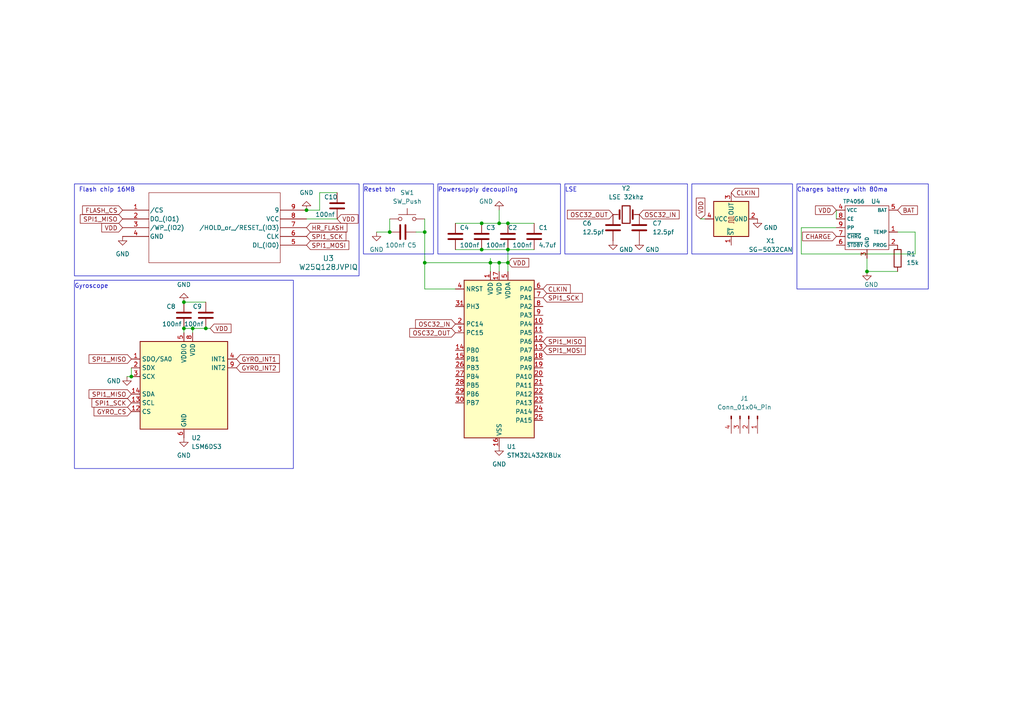
<source format=kicad_sch>
(kicad_sch (version 20230121) (generator eeschema)
  (paper "A4")
  (lib_symbols
    (symbol "Connector:Conn_01x04_Pin" (pin_names (offset 1.016) hide)
      (property "Reference" "J" (at 0 5.08 0))
      (property "Value" "Conn_01x04_Pin" (at 0 -7.62 0))
      (symbol "Conn_01x04_Pin_1_1"
        (polyline (pts (xy 1.27 -5.08) (xy 0.8636 -5.08)) (stroke (width 0.1524)))
        (polyline (pts (xy 1.27 -2.54) (xy 0.8636 -2.54)) (stroke (width 0.1524)))
        (polyline (pts (xy 1.27 0) (xy 0.8636 0)) (stroke (width 0.1524)))
        (polyline (pts (xy 1.27 2.54) (xy 0.8636 2.54)) (stroke (width 0.1524)))
        (rectangle (start 0.8636 -4.953) (end 0 -5.207) (stroke (width 0.1524)) (fill (type outline)))
        (rectangle (start 0.8636 -2.413) (end 0 -2.667) (stroke (width 0.1524)) (fill (type outline)))
        (rectangle (start 0.8636 0.127) (end 0 -0.127) (stroke (width 0.1524)) (fill (type outline)))
        (rectangle (start 0.8636 2.667) (end 0 2.413) (stroke (width 0.1524)) (fill (type outline)))
        (pin passive line (at 5.08 2.54 180) (length 3.81) (name "Pin_1") (number "1"))
        (pin passive line (at 5.08 0 180) (length 3.81) (name "Pin_2") (number "2"))
        (pin passive line (at 5.08 -2.54 180) (length 3.81) (name "Pin_3") (number "3"))
        (pin passive line (at 5.08 -5.08 180) (length 3.81) (name "Pin_4") (number "4"))
      )
    )
    (symbol "Device:C" (pin_numbers hide) (pin_names (offset 0.254))
      (property "Reference" "C" (at 0.635 2.54 0))
      (property "Value" "C" (at 0.635 -2.54 0))
      (symbol "C_0_1"
        (polyline (pts (xy -2.032 -0.762) (xy 2.032 -0.762)) (stroke (width 0.508)))
        (polyline (pts (xy -2.032 0.762) (xy 2.032 0.762)) (stroke (width 0.508)))
      )
      (symbol "C_1_1"
        (pin passive line (at 0 3.81 270) (length 2.794) (name "~") (number "1"))
        (pin passive line (at 0 -3.81 90) (length 2.794) (name "~") (number "2"))
      )
    )
    (symbol "Device:Crystal" (pin_numbers hide) (pin_names (offset 1.016) hide)
      (property "Reference" "Y" (at 0 3.81 0))
      (property "Value" "Crystal" (at 0 -3.81 0))
      (symbol "Crystal_0_1"
        (rectangle (start -1.143 2.54) (end 1.143 -2.54) (stroke (width 0.3048)))
        (polyline (pts (xy -2.54 0) (xy -1.905 0)))
        (polyline (pts (xy -1.905 -1.27) (xy -1.905 1.27)) (stroke (width 0.508)))
        (polyline (pts (xy 1.905 -1.27) (xy 1.905 1.27)) (stroke (width 0.508)))
        (polyline (pts (xy 2.54 0) (xy 1.905 0)))
      )
      (symbol "Crystal_1_1"
        (pin passive line (at -3.81 0 0) (length 1.27) (name "1") (number "1"))
        (pin passive line (at 3.81 0 180) (length 1.27) (name "2") (number "2"))
      )
    )
    (symbol "Device:R" (pin_numbers hide) (pin_names (offset 0))
      (property "Reference" "R" (at 2.032 0 90))
      (property "Value" "R" (at 0 0 90))
      (symbol "R_0_1"
        (rectangle (start -1.016 -2.54) (end 1.016 2.54) (stroke (width 0.254)))
      )
      (symbol "R_1_1"
        (pin passive line (at 0 3.81 270) (length 1.27) (name "~") (number "1"))
        (pin passive line (at 0 -3.81 90) (length 1.27) (name "~") (number "2"))
      )
    )
    (symbol "MCU_ST_STM32L4:STM32L432KBUx"
      (property "Reference" "U" (at -10.16 24.13 0))
      (property "Value" "STM32L432KBUx" (at 5.08 24.13 0))
      (symbol "STM32L432KBUx_0_1"
        (rectangle (start -10.16 -22.86) (end 10.16 22.86) (stroke (width 0.254)) (fill (type background)))
      )
      (symbol "STM32L432KBUx_1_1"
        (pin power_in line (at -2.54 25.4 270) (length 2.54) (name "VDD") (number "1"))
        (pin bidirectional line (at 12.7 10.16 180) (length 2.54) (name "PA4") (number "10"))
        (pin bidirectional line (at 12.7 7.62 180) (length 2.54) (name "PA5") (number "11"))
        (pin bidirectional line (at 12.7 5.08 180) (length 2.54) (name "PA6") (number "12"))
        (pin bidirectional line (at 12.7 2.54 180) (length 2.54) (name "PA7") (number "13"))
        (pin bidirectional line (at -12.7 2.54 0) (length 2.54) (name "PB0") (number "14"))
        (pin bidirectional line (at -12.7 0 0) (length 2.54) (name "PB1") (number "15"))
        (pin power_in line (at 0 -25.4 90) (length 2.54) (name "VSS") (number "16"))
        (pin power_in line (at 0 25.4 270) (length 2.54) (name "VDD") (number "17"))
        (pin bidirectional line (at 12.7 0 180) (length 2.54) (name "PA8") (number "18"))
        (pin bidirectional line (at 12.7 -2.54 180) (length 2.54) (name "PA9") (number "19"))
        (pin bidirectional line (at -12.7 10.16 0) (length 2.54) (name "PC14") (number "2"))
        (pin bidirectional line (at 12.7 -5.08 180) (length 2.54) (name "PA10") (number "20"))
        (pin bidirectional line (at 12.7 -7.62 180) (length 2.54) (name "PA11") (number "21"))
        (pin bidirectional line (at 12.7 -10.16 180) (length 2.54) (name "PA12") (number "22"))
        (pin bidirectional line (at 12.7 -12.7 180) (length 2.54) (name "PA13") (number "23"))
        (pin bidirectional line (at 12.7 -15.24 180) (length 2.54) (name "PA14") (number "24"))
        (pin bidirectional line (at 12.7 -17.78 180) (length 2.54) (name "PA15") (number "25"))
        (pin bidirectional line (at -12.7 -2.54 0) (length 2.54) (name "PB3") (number "26"))
        (pin bidirectional line (at -12.7 -5.08 0) (length 2.54) (name "PB4") (number "27"))
        (pin bidirectional line (at -12.7 -7.62 0) (length 2.54) (name "PB5") (number "28"))
        (pin bidirectional line (at -12.7 -10.16 0) (length 2.54) (name "PB6") (number "29"))
        (pin bidirectional line (at -12.7 7.62 0) (length 2.54) (name "PC15") (number "3"))
        (pin bidirectional line (at -12.7 -12.7 0) (length 2.54) (name "PB7") (number "30"))
        (pin bidirectional line (at -12.7 15.24 0) (length 2.54) (name "PH3") (number "31"))
        (pin passive line (at 0 -25.4 90) (length 2.54) hide (name "VSS") (number "32"))
        (pin passive line (at 0 -25.4 90) (length 2.54) hide (name "VSS") (number "33"))
        (pin input line (at -12.7 20.32 0) (length 2.54) (name "NRST") (number "4"))
        (pin power_in line (at 2.54 25.4 270) (length 2.54) (name "VDDA") (number "5"))
        (pin bidirectional line (at 12.7 20.32 180) (length 2.54) (name "PA0") (number "6"))
        (pin bidirectional line (at 12.7 17.78 180) (length 2.54) (name "PA1") (number "7"))
        (pin bidirectional line (at 12.7 15.24 180) (length 2.54) (name "PA2") (number "8"))
        (pin bidirectional line (at 12.7 12.7 180) (length 2.54) (name "PA3") (number "9"))
      )
    )
    (symbol "Oscillator:SG-5032CAN" (pin_names (offset 0.254))
      (property "Reference" "X" (at -5.08 6.35 0))
      (property "Value" "SG-5032CAN" (at 1.27 -6.35 0))
      (symbol "SG-5032CAN_0_1"
        (rectangle (start -5.08 5.08) (end 5.08 -5.08) (stroke (width 0.254)) (fill (type background)))
        (polyline (pts (xy -1.27 -0.762) (xy -1.016 -0.762) (xy -1.016 0.762) (xy -0.508 0.762) (xy -0.508 -0.762) (xy 0 -0.762) (xy 0 0.762) (xy 0.508 0.762) (xy 0.508 -0.762) (xy 0.762 -0.762)))
      )
      (symbol "SG-5032CAN_1_1"
        (pin input line (at -7.62 0 0) (length 2.54) (name "~{ST}") (number "1"))
        (pin power_in line (at 0 -7.62 90) (length 2.54) (name "GND") (number "2"))
        (pin output line (at 7.62 0 180) (length 2.54) (name "OUT") (number "3"))
        (pin power_in line (at 0 7.62 270) (length 2.54) (name "VCC") (number "4"))
      )
    )
    (symbol "Sensor_Motion:LSM6DS3"
      (property "Reference" "U" (at -11.43 15.24 0))
      (property "Value" "LSM6DS3" (at -11.43 12.7 0))
      (symbol "LSM6DS3_0_1"
        (rectangle (start -12.7 12.7) (end 12.7 -12.7) (stroke (width 0.254)) (fill (type background)))
      )
      (symbol "LSM6DS3_1_1"
        (pin bidirectional line (at -15.24 7.62 0) (length 2.54) (name "SDO/SA0") (number "1"))
        (pin no_connect line (at 12.7 -5.08 180) (length 3.81) hide (name "NC") (number "10"))
        (pin no_connect line (at 12.7 -2.54 180) (length 3.81) hide (name "NC") (number "11"))
        (pin input line (at -15.24 -7.62 0) (length 2.54) (name "CS") (number "12"))
        (pin input line (at -15.24 -5.08 0) (length 2.54) (name "SCL") (number "13"))
        (pin bidirectional line (at -15.24 -2.54 0) (length 2.54) (name "SDA") (number "14"))
        (pin bidirectional line (at -15.24 5.08 0) (length 2.54) (name "SDX") (number "2"))
        (pin input line (at -15.24 2.54 0) (length 2.54) (name "SCX") (number "3"))
        (pin output line (at 15.24 7.62 180) (length 2.54) (name "INT1") (number "4"))
        (pin power_in line (at 0 15.24 270) (length 2.54) (name "VDDIO") (number "5"))
        (pin power_in line (at 0 -15.24 90) (length 2.54) (name "GND") (number "6"))
        (pin passive line (at 0 -15.24 90) (length 2.54) hide (name "GND") (number "7"))
        (pin power_in line (at 2.54 15.24 270) (length 2.54) (name "VDD") (number "8"))
        (pin output line (at 15.24 5.08 180) (length 2.54) (name "INT2") (number "9"))
      )
    )
    (symbol "Switch:SW_Push" (pin_numbers hide) (pin_names (offset 1.016) hide)
      (property "Reference" "SW" (at 1.27 2.54 0))
      (property "Value" "SW_Push" (at 0 -1.524 0))
      (symbol "SW_Push_0_1"
        (circle (center -2.032 0) (radius 0.508))
        (polyline (pts (xy 0 1.27) (xy 0 3.048)))
        (polyline (pts (xy 2.54 1.27) (xy -2.54 1.27)))
        (circle (center 2.032 0) (radius 0.508))
        (pin passive line (at -5.08 0 0) (length 2.54) (name "1") (number "1"))
        (pin passive line (at 5.08 0 180) (length 2.54) (name "2") (number "2"))
      )
    )
    (symbol "W25Q128JVPIQ:W25Q128JVPIQ" (pin_names (offset 0.254))
      (property "Reference" "U3" (at 43.18 10.16 0))
      (property "Value" "W25Q128JVPIQ" (at 43.18 7.62 0))
      (symbol "W25Q128JVPIQ_0_1"
        (polyline (pts (xy 7.62 -15.24) (xy 45.72 -15.24)) (stroke (width 0.127)))
        (polyline (pts (xy 7.62 5.08) (xy 7.62 -15.24)) (stroke (width 0.127)))
        (polyline (pts (xy 45.72 -15.24) (xy 45.72 5.08)) (stroke (width 0.127)))
        (polyline (pts (xy 45.72 5.08) (xy 7.62 5.08)) (stroke (width 0.127)))
        (pin unspecified line (at 0 0 0) (length 7.62) (name "/CS") (number "1"))
        (pin unspecified line (at 0 -2.54 0) (length 7.62) (name "DO_(IO1)") (number "2"))
        (pin unspecified line (at 0 -5.08 0) (length 7.62) (name "/WP_(IO2)") (number "3"))
        (pin unspecified line (at 53.34 -10.16 180) (length 7.62) (name "DI_(IO0)") (number "5"))
        (pin unspecified line (at 53.34 -7.62 180) (length 7.62) (name "CLK") (number "6"))
        (pin unspecified line (at 53.34 -5.08 180) (length 7.62) (name "/HOLD_or_/RESET_(IO3)") (number "7"))
        (pin power_in line (at 53.34 -2.54 180) (length 7.62) (name "VCC") (number "8"))
        (pin unspecified line (at 53.34 0 180) (length 7.62) (name "9") (number "9"))
      )
      (symbol "W25Q128JVPIQ_1_1"
        (pin unspecified line (at 0 -7.62 0) (length 7.62) (name "GND") (number "4"))
      )
    )
    (symbol "power:GND" (power) (pin_names (offset 0))
      (property "Value" "GND" (at 0 -3.81 0))
      (symbol "GND_0_1"
        (polyline (pts (xy 0 0) (xy 0 -1.27) (xy 1.27 -1.27) (xy 0 -2.54) (xy -1.27 -1.27) (xy 0 -1.27)))
      )
      (symbol "GND_1_1"
        (pin power_in line (at 0 0 270) (length 0) hide (name "GND") (number "1"))
      )
    )
    (symbol "tp4056:TP4056"
      (property "Reference" "U" (at 1.27 13.97 0))
      (property "Value" "TP4056" (at 8.89 13.97 0))
      (symbol "TP4056_0_1"
        (rectangle (start 0 12.7) (end 12.7 0))
      )
      (symbol "TP4056_1_1"
        (pin input line (at 15.24 5.08 180) (length 2.54) (name "TEMP") (number "1"))
        (pin input line (at 15.24 1.27 180) (length 2.54) (name "PROG") (number "2"))
        (pin input line (at 6.35 -2.54 90) (length 2.54) (name "GND") (number "3"))
        (pin input line (at -2.54 11.43 0) (length 2.54) (name "VCC") (number "4"))
        (pin input line (at 15.24 11.43 180) (length 2.54) (name "BAT") (number "5"))
        (pin input line (at -2.54 1.27 0) (length 2.54) (name "~{STDBY}") (number "6"))
        (pin input line (at -2.54 3.81 0) (length 2.54) (name "~{CHRG}") (number "7"))
        (pin input line (at -2.54 8.89 0) (length 2.54) (name "CE") (number "8"))
        (pin input line (at -2.54 6.35 0) (length 2.54) (name "PP") (number "9"))
      )
    )
  )
  (junction (at 59.69 95.25))
  (junction (at 144.78 76.2))
  (junction (at 147.32 76.2))
  (junction (at 139.7 72.39))
  (junction (at 142.24 76.2))
  (junction (at 147.32 64.77))
  (junction (at 123.19 67.31))
  (junction (at 55.88 95.25))
  (junction (at 147.32 72.39))
  (junction (at 251.46 78.74))
  (junction (at 113.03 67.31))
  (junction (at 123.19 76.2))
  (junction (at 144.78 64.77))
  (junction (at 53.34 95.25))
  (junction (at 38.1 109.22))
  (junction (at 53.34 87.63))
  (junction (at 139.7 64.77))
  (junction (at 88.9 60.96))
  (wire (pts (xy 251.46 78.74) (xy 260.35 78.74)))
  (wire (pts (xy 60.96 95.25) (xy 59.69 95.25)))
  (wire (pts (xy 132.08 72.39) (xy 139.7 72.39)))
  (wire (pts (xy 92.71 60.96) (xy 88.9 60.96)))
  (wire (pts (xy 147.32 72.39) (xy 147.32 76.2)))
  (wire (pts (xy 203.2 63.5) (xy 204.47 63.5)))
  (wire (pts (xy 147.32 76.2) (xy 147.32 78.74)))
  (wire (pts (xy 92.71 55.88) (xy 92.71 60.96)))
  (wire (pts (xy 251.46 78.74) (xy 251.46 74.93)))
  (wire (pts (xy 53.34 87.63) (xy 59.69 87.63)))
  (wire (pts (xy 132.08 83.82) (xy 123.19 83.82)))
  (wire (pts (xy 55.88 95.25) (xy 53.34 95.25)))
  (wire (pts (xy 55.88 95.25) (xy 55.88 96.52)))
  (wire (pts (xy 265.43 73.66) (xy 265.43 67.31)))
  (wire (pts (xy 109.22 67.31) (xy 113.03 67.31)))
  (wire (pts (xy 144.78 60.96) (xy 144.78 64.77)))
  (wire (pts (xy 38.1 106.68) (xy 38.1 109.22)))
  (wire (pts (xy 147.32 64.77) (xy 154.94 64.77)))
  (wire (pts (xy 123.19 76.2) (xy 123.19 67.31)))
  (wire (pts (xy 123.19 83.82) (xy 123.19 76.2)))
  (wire (pts (xy 142.24 74.93) (xy 142.24 76.2)))
  (wire (pts (xy 139.7 64.77) (xy 144.78 64.77)))
  (wire (pts (xy 242.57 60.96) (xy 242.57 63.5)))
  (wire (pts (xy 132.08 64.77) (xy 139.7 64.77)))
  (wire (pts (xy 142.24 78.74) (xy 142.24 76.2)))
  (wire (pts (xy 142.24 76.2) (xy 144.78 76.2)))
  (wire (pts (xy 36.83 109.22) (xy 38.1 109.22)))
  (wire (pts (xy 97.79 55.88) (xy 92.71 55.88)))
  (wire (pts (xy 144.78 78.74) (xy 144.78 76.2)))
  (wire (pts (xy 144.78 64.77) (xy 147.32 64.77)))
  (wire (pts (xy 113.03 63.5) (xy 113.03 67.31)))
  (wire (pts (xy 232.41 73.66) (xy 232.41 66.04)))
  (wire (pts (xy 123.19 67.31) (xy 123.19 63.5)))
  (wire (pts (xy 123.19 76.2) (xy 142.24 76.2)))
  (wire (pts (xy 232.41 73.66) (xy 265.43 73.66)))
  (wire (pts (xy 144.78 76.2) (xy 147.32 76.2)))
  (wire (pts (xy 265.43 67.31) (xy 260.35 67.31)))
  (wire (pts (xy 59.69 95.25) (xy 55.88 95.25)))
  (wire (pts (xy 147.32 72.39) (xy 154.94 72.39)))
  (wire (pts (xy 120.65 67.31) (xy 123.19 67.31)))
  (wire (pts (xy 88.9 63.5) (xy 97.79 63.5)))
  (wire (pts (xy 139.7 72.39) (xy 147.32 72.39)))
  (wire (pts (xy 53.34 95.25) (xy 53.34 96.52)))
  (wire (pts (xy 232.41 66.04) (xy 242.57 66.04)))
  (rectangle (start 21.59 81.28) (end 85.09 135.89))
  (rectangle (start 200.66 53.34) (end 229.87 73.66))
  (rectangle (start 231.14 53.34) (end 269.24 83.82))
  (rectangle (start 127 53.34) (end 162.56 73.66))
  (rectangle (start 163.83 53.34) (end 199.39 73.66))
  (rectangle (start 21.59 53.34) (end 104.14 80.01))
  (rectangle (start 105.41 53.34) (end 125.73 73.66))
  (text "LSE" (at 163.83 55.88 0) (effects (font (size 1.27 1.27)) (justify left bottom)))
  (text "Flash chip 16MB" (at 22.86 55.88 0) (effects (font (size 1.27 1.27)) (justify left bottom)))
  (text "Charges battery with 80ma" (at 231.14 55.88 0) (effects (font (size 1.27 1.27)) (justify left bottom)))
  (text "Powersupply decoupling" (at 127 55.88 0) (effects (font (size 1.27 1.27)) (justify left bottom)))
  (text "Reset btn" (at 105.41 55.88 0) (effects (font (size 1.27 1.27)) (justify left bottom)))
  (text "Gyroscope" (at 21.59 83.82 0) (effects (font (size 1.27 1.27)) (justify left bottom)))
  (global_label "HR_FLASH" (shape input) (at 88.9 66.04 0) (property "Intersheetrefs" "${INTERSHEET_REFS}" (effects hide)))
  (global_label "VDD" (shape input) (at 242.57 60.96 180) (property "Intersheetrefs" "${INTERSHEET_REFS}" (effects hide)))
  (global_label "OSC32_IN" (shape input) (at 132.08 93.98 180) (property "Intersheetrefs" "${INTERSHEET_REFS}" (effects hide)))
  (global_label "VDD" (shape input) (at 97.79 63.5 0) (property "Intersheetrefs" "${INTERSHEET_REFS}" (effects hide)))
  (global_label "CLKIN" (shape input) (at 157.48 83.82 0) (property "Intersheetrefs" "${INTERSHEET_REFS}" (effects hide)))
  (global_label "VDD" (shape input) (at 203.2 63.5 90) (property "Intersheetrefs" "${INTERSHEET_REFS}" (effects hide)))
  (global_label "VDD" (shape input) (at 60.96 95.25 0) (property "Intersheetrefs" "${INTERSHEET_REFS}" (effects hide)))
  (global_label "CHARGE" (shape input) (at 242.57 68.58 180) (property "Intersheetrefs" "${INTERSHEET_REFS}" (effects hide)))
  (global_label "BAT" (shape input) (at 260.35 60.96 0) (property "Intersheetrefs" "${INTERSHEET_REFS}" (effects hide)))
  (global_label "GYRO_INT1" (shape input) (at 68.58 104.14 0) (property "Intersheetrefs" "${INTERSHEET_REFS}" (effects hide)))
  (global_label "SPI1_MISO" (shape input) (at 38.1 114.3 180) (property "Intersheetrefs" "${INTERSHEET_REFS}" (effects hide)))
  (global_label "VDD" (shape input) (at 147.32 76.2 0) (property "Intersheetrefs" "${INTERSHEET_REFS}" (effects hide)))
  (global_label "FLASH_CS" (shape input) (at 35.56 60.96 180) (property "Intersheetrefs" "${INTERSHEET_REFS}" (effects hide)))
  (global_label "SPI1_SCK" (shape input) (at 157.48 86.36 0) (property "Intersheetrefs" "${INTERSHEET_REFS}" (effects hide)))
  (global_label "SPI1_MISO" (shape input) (at 35.56 63.5 180) (property "Intersheetrefs" "${INTERSHEET_REFS}" (effects hide)))
  (global_label "OSC32_OUT" (shape input) (at 177.8 62.23 180) (property "Intersheetrefs" "${INTERSHEET_REFS}" (effects hide)))
  (global_label "SPI1_SCK" (shape input) (at 38.1 116.84 180) (property "Intersheetrefs" "${INTERSHEET_REFS}" (effects hide)))
  (global_label "SPI1_MISO" (shape input) (at 38.1 104.14 180) (property "Intersheetrefs" "${INTERSHEET_REFS}" (effects hide)))
  (global_label "SPI1_MISO" (shape input) (at 157.48 99.06 0) (property "Intersheetrefs" "${INTERSHEET_REFS}" (effects hide)))
  (global_label "CLKIN" (shape input) (at 212.09 55.88 0) (property "Intersheetrefs" "${INTERSHEET_REFS}" (effects hide)))
  (global_label "SPI1_SCK" (shape input) (at 88.9 68.58 0) (property "Intersheetrefs" "${INTERSHEET_REFS}" (effects hide)))
  (global_label "SPI1_MOSI" (shape input) (at 88.9 71.12 0) (property "Intersheetrefs" "${INTERSHEET_REFS}" (effects hide)))
  (global_label "OSC32_IN" (shape input) (at 185.42 62.23 0) (property "Intersheetrefs" "${INTERSHEET_REFS}" (effects hide)))
  (global_label "SPI1_MOSI" (shape input) (at 157.48 101.6 0) (property "Intersheetrefs" "${INTERSHEET_REFS}" (effects hide)))
  (global_label "OSC32_OUT" (shape input) (at 132.08 96.52 180) (property "Intersheetrefs" "${INTERSHEET_REFS}" (effects hide)))
  (global_label "GYRO_CS" (shape input) (at 38.1 119.38 180) (property "Intersheetrefs" "${INTERSHEET_REFS}" (effects hide)))
  (global_label "VDD" (shape input) (at 35.56 66.04 180) (property "Intersheetrefs" "${INTERSHEET_REFS}" (effects hide)))
  (global_label "GYRO_INT2" (shape input) (at 68.58 106.68 0) (property "Intersheetrefs" "${INTERSHEET_REFS}" (effects hide)))
  (symbol (lib_id "power:GND") (at 144.78 60.96 180) (unit 1)
    (property "Reference" "#PWR02" (effects hide))
    (property "Value" "GND" (at 140.97 58.42 0))
  )
  (symbol (lib_id "Connector:Conn_01x04_Pin") (at 217.17 120.65 270) (unit 1)
    (property "Reference" "J1" (at 215.9 115.57 90))
    (property "Value" "Conn_01x04_Pin" (at 215.9 118.11 90))
    (property "Footprint" "Connector_PinHeader_2.54mm:PinHeader_1x04_P2.54mm_Horizontal" (effects hide))
  )
  (symbol (lib_id "Device:C") (at 132.08 68.58 0) (unit 1)
    (property "Reference" "C4" (at 133.35 66.04 0) (effects (justify left)))
    (property "Value" "100nf" (at 133.35 71.12 0) (effects (justify left)))
  )
  (symbol (lib_id "Device:C") (at 139.7 68.58 0) (unit 1)
    (property "Reference" "C3" (at 140.97 66.04 0) (effects (justify left)))
    (property "Value" "100nf" (at 140.97 71.12 0) (effects (justify left)))
  )
  (symbol (lib_id "Device:C") (at 147.32 68.58 0) (unit 1)
    (property "Reference" "C2" (at 147.32 66.04 0) (effects (justify left)))
    (property "Value" "100nf" (at 148.59 71.12 0) (effects (justify left)))
  )
  (symbol (lib_id "Device:C") (at 59.69 91.44 0) (unit 1)
    (property "Reference" "C9" (at 55.88 88.9 0) (effects (justify left)))
    (property "Value" "100nf" (at 53.34 93.98 0) (effects (justify left)))
  )
  (symbol (lib_id "Device:C") (at 185.42 66.04 0) (unit 1)
    (property "Reference" "C7" (at 189.23 64.77 0) (effects (justify left)))
    (property "Value" "12.5pf" (at 189.23 67.31 0) (effects (justify left)))
  )
  (symbol (lib_id "power:GND") (at 53.34 87.63 180) (unit 1)
    (property "Reference" "#PWR011" (effects hide))
    (property "Value" "GND" (at 53.34 82.55 0))
  )
  (symbol (lib_id "Device:C") (at 116.84 67.31 270) (unit 1)
    (property "Reference" "C5" (at 118.11 71.12 90) (effects (justify left)))
    (property "Value" "100nf" (at 111.76 71.12 90) (effects (justify left)))
  )
  (symbol (lib_id "power:GND") (at 35.56 68.58 0) (unit 1)
    (property "Reference" "#PWR07" (effects hide))
    (property "Value" "GND" (at 35.56 73.66 0))
  )
  (symbol (lib_id "power:GND") (at 177.8 69.85 0) (unit 1)
    (property "Reference" "#PWR04" (effects hide))
    (property "Value" "GND" (at 181.61 72.39 0))
  )
  (symbol (lib_id "power:GND") (at 144.78 129.54 0) (unit 1)
    (property "Reference" "#PWR01" (effects hide))
    (property "Value" "GND" (at 144.78 134.62 0))
  )
  (symbol (lib_id "tp4056:TP4056") (at 245.11 72.39 0) (unit 1)
    (property "Reference" "U4" (at 254 58.42 0))
    (property "Value" "TP4056" (at 247.65 58.42 0) (effects (font (size 1.1 1.1))))
    (property "Footprint" "Package_SO:MSOP-8-1EP_3x3mm_P0.65mm_EP2.5x3mm_Mask1.73x2.36mm" (effects hide))
  )
  (symbol (lib_id "power:GND") (at 53.34 127 0) (unit 1)
    (property "Reference" "#PWR010" (effects hide))
    (property "Value" "GND" (at 53.34 132.08 0))
  )
  (symbol (lib_id "Device:R") (at 260.35 74.93 0) (unit 1)
    (property "Reference" "R1" (at 262.89 73.66 0) (effects (justify left)))
    (property "Value" "15k" (at 262.89 76.2 0) (effects (justify left)))
  )
  (symbol (lib_id "W25Q128JVPIQ:W25Q128JVPIQ") (at 35.56 60.96 0) (unit 1)
    (property "Reference" "U3" (at 95.25 74.93 0) (effects (font (size 1.524 1.524))))
    (property "Value" "W25Q128JVPIQ" (at 95.25 77.47 0) (effects (font (size 1.524 1.524))))
    (property "Footprint" "Package_SON:WSON-8-1EP_6x5mm_P1.27mm_EP3.4x4.3mm" (effects hide))
    (property "Datasheet" "W25Q128JVPIQ" (effects hide))
  )
  (symbol (lib_id "Device:C") (at 177.8 66.04 0) (unit 1)
    (property "Reference" "C6" (at 168.91 64.77 0) (effects (justify left)))
    (property "Value" "12.5pf" (at 168.91 67.31 0) (effects (justify left)))
  )
  (symbol (lib_id "Sensor_Motion:LSM6DS3") (at 53.34 111.76 0) (unit 1)
    (property "Reference" "U2" (at 55.5341 127 0) (effects (justify left)))
    (property "Value" "LSM6DS3" (at 55.5341 129.54 0) (effects (justify left)))
    (property "Footprint" "Package_LGA:LGA-14_3x2.5mm_P0.5mm_LayoutBorder3x4y" (effects hide))
    (property "Datasheet" "https://www.st.com/resource/en/datasheet/lsm6ds3tr-c.pdf" (effects hide))
  )
  (symbol (lib_id "power:GND") (at 88.9 60.96 180) (unit 1)
    (property "Reference" "#PWR09" (effects hide))
    (property "Value" "GND" (at 88.9 55.88 0))
  )
  (symbol (lib_id "power:GND") (at 109.22 67.31 0) (unit 1)
    (property "Reference" "#PWR03" (effects hide))
    (property "Value" "GND" (at 109.22 72.39 0))
  )
  (symbol (lib_id "Device:C") (at 53.34 91.44 0) (unit 1)
    (property "Reference" "C8" (at 48.26 88.9 0) (effects (justify left)))
    (property "Value" "100nf" (at 46.99 93.98 0) (effects (justify left)))
  )
  (symbol (lib_id "power:GND") (at 36.83 109.22 0) (unit 1)
    (property "Reference" "#PWR012" (effects hide))
    (property "Value" "GND" (at 33.02 110.49 0))
  )
  (symbol (lib_id "Device:C") (at 97.79 59.69 0) (unit 1)
    (property "Reference" "C10" (at 93.98 57.15 0) (effects (justify left)))
    (property "Value" "100nf" (at 91.44 62.23 0) (effects (justify left)))
  )
  (symbol (lib_id "power:GND") (at 251.46 78.74 0) (unit 1)
    (property "Reference" "#PWR08" (effects hide))
    (property "Value" "GND" (at 252.73 82.55 0))
  )
  (symbol (lib_id "Switch:SW_Push") (at 118.11 63.5 0) (unit 1)
    (property "Reference" "SW1" (at 118.11 55.88 0))
    (property "Value" "SW_Push" (at 118.11 58.42 0))
  )
  (symbol (lib_id "Device:Crystal") (at 181.61 62.23 0) (unit 1)
    (property "Reference" "Y2" (at 181.61 54.61 0))
    (property "Value" "LSE 32khz" (at 181.61 57.15 0))
  )
  (symbol (lib_id "Device:C") (at 154.94 68.58 0) (unit 1)
    (property "Reference" "C1" (at 156.21 66.04 0) (effects (justify left)))
    (property "Value" "4.7uf" (at 156.21 71.12 0) (effects (justify left)))
  )
  (symbol (lib_id "power:GND") (at 219.71 63.5 0) (unit 1)
    (property "Reference" "#PWR06" (effects hide))
    (property "Value" "GND" (at 223.52 66.04 0))
  )
  (symbol (lib_id "Oscillator:SG-5032CAN") (at 212.09 63.5 90) (unit 1)
    (property "Reference" "X1" (at 223.52 69.85 90))
    (property "Value" "SG-5032CAN" (at 223.52 72.39 90))
    (property "Footprint" "Oscillator:Oscillator_SMD_SeikoEpson_SG8002LB-4Pin_5.0x3.2mm" (effects hide))
    (property "Datasheet" "https://support.epson.biz/td/api/doc_check.php?dl=brief_SG5032CAN&lang=en" (effects hide))
  )
  (symbol (lib_id "power:GND") (at 185.42 69.85 0) (unit 1)
    (property "Reference" "#PWR05" (effects hide))
    (property "Value" "GND" (at 189.23 72.39 0))
  )
  (symbol (lib_id "MCU_ST_STM32L4:STM32L432KBUx") (at 144.78 104.14 0) (unit 1)
    (property "Reference" "U1" (at 146.9741 129.54 0) (effects (justify left)))
    (property "Value" "STM32L432KBUx" (at 146.9741 132.08 0) (effects (justify left)))
    (property "Footprint" "Package_DFN_QFN:QFN-32-1EP_5x5mm_P0.5mm_EP3.45x3.45mm" (effects hide))
    (property "Datasheet" "https://www.st.com/resource/en/datasheet/stm32l432kb.pdf" (effects hide))
  )
)
</source>
